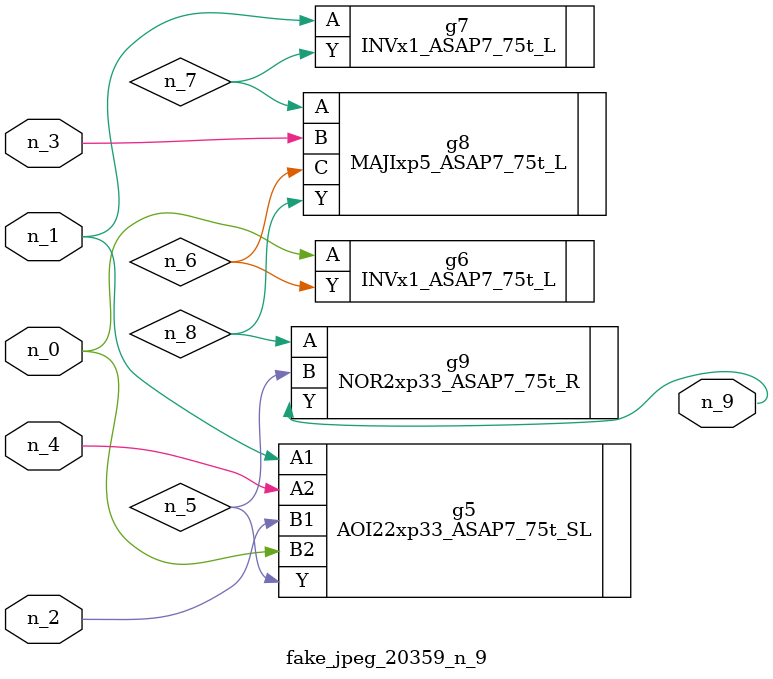
<source format=v>
module fake_jpeg_20359_n_9 (n_3, n_2, n_1, n_0, n_4, n_9);

input n_3;
input n_2;
input n_1;
input n_0;
input n_4;

output n_9;

wire n_8;
wire n_6;
wire n_5;
wire n_7;

AOI22xp33_ASAP7_75t_SL g5 ( 
.A1(n_1),
.A2(n_4),
.B1(n_2),
.B2(n_0),
.Y(n_5)
);

INVx1_ASAP7_75t_L g6 ( 
.A(n_0),
.Y(n_6)
);

INVx1_ASAP7_75t_L g7 ( 
.A(n_1),
.Y(n_7)
);

MAJIxp5_ASAP7_75t_L g8 ( 
.A(n_7),
.B(n_3),
.C(n_6),
.Y(n_8)
);

NOR2xp33_ASAP7_75t_R g9 ( 
.A(n_8),
.B(n_5),
.Y(n_9)
);


endmodule
</source>
